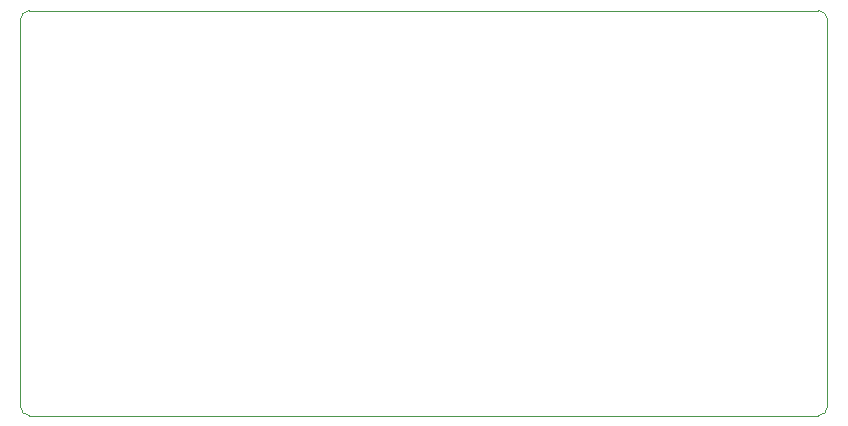
<source format=gbr>
%TF.GenerationSoftware,KiCad,Pcbnew,5.1.6-c6e7f7d~87~ubuntu20.04.1*%
%TF.CreationDate,2020-11-01T20:39:10-05:00*%
%TF.ProjectId,STM32 Driver v1,53544d33-3220-4447-9269-766572207631,rev?*%
%TF.SameCoordinates,Original*%
%TF.FileFunction,Profile,NP*%
%FSLAX46Y46*%
G04 Gerber Fmt 4.6, Leading zero omitted, Abs format (unit mm)*
G04 Created by KiCad (PCBNEW 5.1.6-c6e7f7d~87~ubuntu20.04.1) date 2020-11-01 20:39:10*
%MOMM*%
%LPD*%
G01*
G04 APERTURE LIST*
%TA.AperFunction,Profile*%
%ADD10C,0.050000*%
%TD*%
G04 APERTURE END LIST*
D10*
X141986000Y-135890000D02*
G75*
G02*
X141224000Y-135128000I0J762000D01*
G01*
X141224000Y-102362000D02*
G75*
G02*
X141986000Y-101600000I762000J0D01*
G01*
X209550000Y-135128000D02*
G75*
G02*
X208788000Y-135890000I-762000J0D01*
G01*
X208788000Y-101600000D02*
G75*
G02*
X209550000Y-102362000I0J-762000D01*
G01*
X141224000Y-135128000D02*
X141224000Y-102362000D01*
X208788000Y-135890000D02*
X141986000Y-135890000D01*
X209550000Y-102362000D02*
X209550000Y-135128000D01*
X141986000Y-101600000D02*
X208788000Y-101600000D01*
M02*

</source>
